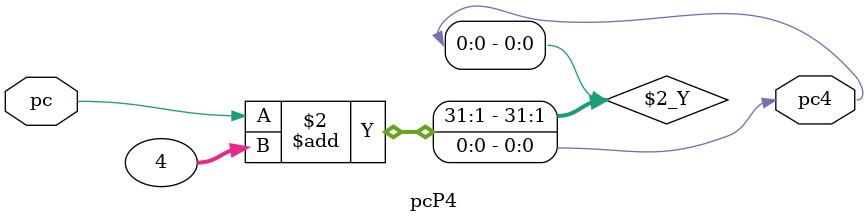
<source format=v>
module pcP4 (
    input pc,
    output reg pc4
);
always @(*) begin
    pc4 = pc+4;
end
    
endmodule
</source>
